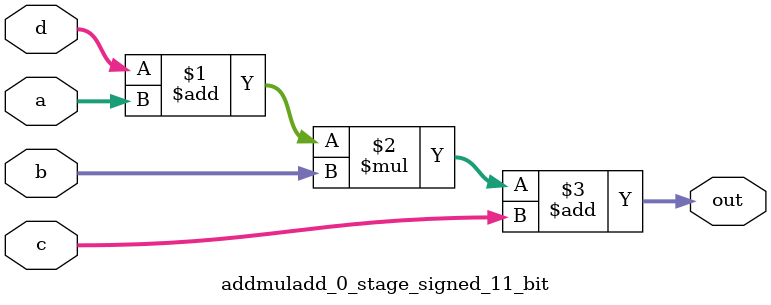
<source format=sv>
(* use_dsp = "yes" *) module addmuladd_0_stage_signed_11_bit(
	input signed [10:0] a,
	input signed [10:0] b,
	input signed [10:0] c,
	input signed [10:0] d,
	output [10:0] out
	);

	assign out = ((d + a) * b) + c;
endmodule

</source>
